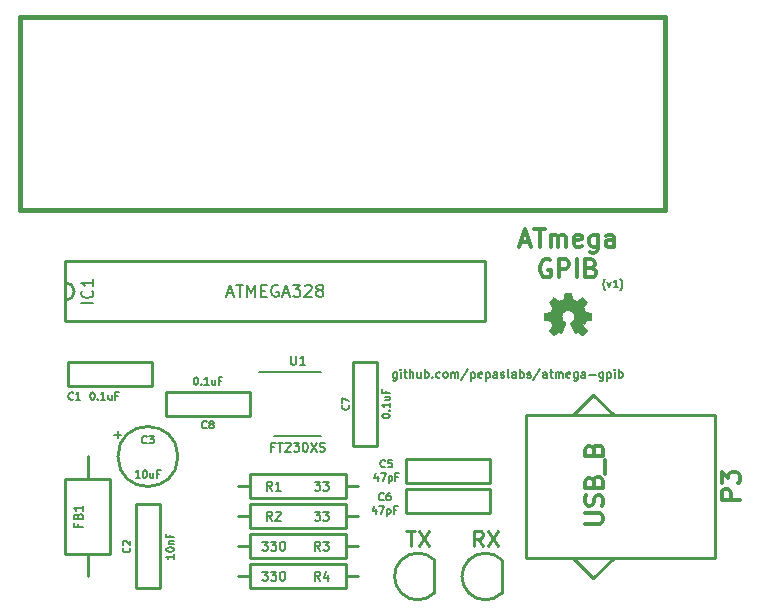
<source format=gbr>
G04 #@! TF.FileFunction,Legend,Top*
%FSLAX46Y46*%
G04 Gerber Fmt 4.6, Leading zero omitted, Abs format (unit mm)*
G04 Created by KiCad (PCBNEW 4.0.5+dfsg1-4~bpo8+1) date Mon May  8 03:03:41 2017*
%MOMM*%
%LPD*%
G01*
G04 APERTURE LIST*
%ADD10C,0.100000*%
%ADD11C,0.127000*%
%ADD12C,0.142240*%
%ADD13C,0.304800*%
%ADD14C,0.254000*%
%ADD15C,0.381000*%
%ADD16C,0.150000*%
%ADD17C,0.002540*%
%ADD18C,0.152400*%
%ADD19C,0.203200*%
G04 APERTURE END LIST*
D10*
D11*
X140970000Y-73554167D02*
X140939762Y-73523929D01*
X140879286Y-73433214D01*
X140849048Y-73372738D01*
X140818810Y-73282024D01*
X140788571Y-73130833D01*
X140788571Y-73009881D01*
X140818810Y-72858690D01*
X140849048Y-72767976D01*
X140879286Y-72707500D01*
X140939762Y-72616786D01*
X140970000Y-72586548D01*
X141151428Y-72888929D02*
X141302619Y-73312262D01*
X141453809Y-72888929D01*
X142028334Y-73312262D02*
X141665476Y-73312262D01*
X141846905Y-73312262D02*
X141846905Y-72677262D01*
X141786429Y-72767976D01*
X141725953Y-72828452D01*
X141665476Y-72858690D01*
X142240000Y-73554167D02*
X142270238Y-73523929D01*
X142330715Y-73433214D01*
X142360953Y-73372738D01*
X142391191Y-73282024D01*
X142421429Y-73130833D01*
X142421429Y-73009881D01*
X142391191Y-72858690D01*
X142360953Y-72767976D01*
X142330715Y-72707500D01*
X142270238Y-72616786D01*
X142240000Y-72586548D01*
D12*
X123316997Y-80492600D02*
X123316997Y-81068333D01*
X123283131Y-81136067D01*
X123249264Y-81169933D01*
X123181531Y-81203800D01*
X123079931Y-81203800D01*
X123012197Y-81169933D01*
X123316997Y-80932867D02*
X123249264Y-80966733D01*
X123113797Y-80966733D01*
X123046064Y-80932867D01*
X123012197Y-80899000D01*
X122978331Y-80831267D01*
X122978331Y-80628067D01*
X123012197Y-80560333D01*
X123046064Y-80526467D01*
X123113797Y-80492600D01*
X123249264Y-80492600D01*
X123316997Y-80526467D01*
X123655664Y-80966733D02*
X123655664Y-80492600D01*
X123655664Y-80255533D02*
X123621798Y-80289400D01*
X123655664Y-80323267D01*
X123689531Y-80289400D01*
X123655664Y-80255533D01*
X123655664Y-80323267D01*
X123892731Y-80492600D02*
X124163665Y-80492600D01*
X123994331Y-80255533D02*
X123994331Y-80865133D01*
X124028198Y-80932867D01*
X124095931Y-80966733D01*
X124163665Y-80966733D01*
X124400731Y-80966733D02*
X124400731Y-80255533D01*
X124705531Y-80966733D02*
X124705531Y-80594200D01*
X124671665Y-80526467D01*
X124603931Y-80492600D01*
X124502331Y-80492600D01*
X124434598Y-80526467D01*
X124400731Y-80560333D01*
X125348998Y-80492600D02*
X125348998Y-80966733D01*
X125044198Y-80492600D02*
X125044198Y-80865133D01*
X125078065Y-80932867D01*
X125145798Y-80966733D01*
X125247398Y-80966733D01*
X125315132Y-80932867D01*
X125348998Y-80899000D01*
X125687665Y-80966733D02*
X125687665Y-80255533D01*
X125687665Y-80526467D02*
X125755399Y-80492600D01*
X125890865Y-80492600D01*
X125958599Y-80526467D01*
X125992465Y-80560333D01*
X126026332Y-80628067D01*
X126026332Y-80831267D01*
X125992465Y-80899000D01*
X125958599Y-80932867D01*
X125890865Y-80966733D01*
X125755399Y-80966733D01*
X125687665Y-80932867D01*
X126331132Y-80899000D02*
X126364999Y-80932867D01*
X126331132Y-80966733D01*
X126297266Y-80932867D01*
X126331132Y-80899000D01*
X126331132Y-80966733D01*
X126974599Y-80932867D02*
X126906866Y-80966733D01*
X126771399Y-80966733D01*
X126703666Y-80932867D01*
X126669799Y-80899000D01*
X126635933Y-80831267D01*
X126635933Y-80628067D01*
X126669799Y-80560333D01*
X126703666Y-80526467D01*
X126771399Y-80492600D01*
X126906866Y-80492600D01*
X126974599Y-80526467D01*
X127380999Y-80966733D02*
X127313266Y-80932867D01*
X127279399Y-80899000D01*
X127245533Y-80831267D01*
X127245533Y-80628067D01*
X127279399Y-80560333D01*
X127313266Y-80526467D01*
X127380999Y-80492600D01*
X127482599Y-80492600D01*
X127550333Y-80526467D01*
X127584199Y-80560333D01*
X127618066Y-80628067D01*
X127618066Y-80831267D01*
X127584199Y-80899000D01*
X127550333Y-80932867D01*
X127482599Y-80966733D01*
X127380999Y-80966733D01*
X127922866Y-80966733D02*
X127922866Y-80492600D01*
X127922866Y-80560333D02*
X127956733Y-80526467D01*
X128024466Y-80492600D01*
X128126066Y-80492600D01*
X128193800Y-80526467D01*
X128227666Y-80594200D01*
X128227666Y-80966733D01*
X128227666Y-80594200D02*
X128261533Y-80526467D01*
X128329266Y-80492600D01*
X128430866Y-80492600D01*
X128498600Y-80526467D01*
X128532466Y-80594200D01*
X128532466Y-80966733D01*
X129379133Y-80221667D02*
X128769533Y-81136067D01*
X129616200Y-80492600D02*
X129616200Y-81203800D01*
X129616200Y-80526467D02*
X129683934Y-80492600D01*
X129819400Y-80492600D01*
X129887134Y-80526467D01*
X129921000Y-80560333D01*
X129954867Y-80628067D01*
X129954867Y-80831267D01*
X129921000Y-80899000D01*
X129887134Y-80932867D01*
X129819400Y-80966733D01*
X129683934Y-80966733D01*
X129616200Y-80932867D01*
X130530601Y-80932867D02*
X130462867Y-80966733D01*
X130327401Y-80966733D01*
X130259667Y-80932867D01*
X130225801Y-80865133D01*
X130225801Y-80594200D01*
X130259667Y-80526467D01*
X130327401Y-80492600D01*
X130462867Y-80492600D01*
X130530601Y-80526467D01*
X130564467Y-80594200D01*
X130564467Y-80661933D01*
X130225801Y-80729667D01*
X130869267Y-80492600D02*
X130869267Y-81203800D01*
X130869267Y-80526467D02*
X130937001Y-80492600D01*
X131072467Y-80492600D01*
X131140201Y-80526467D01*
X131174067Y-80560333D01*
X131207934Y-80628067D01*
X131207934Y-80831267D01*
X131174067Y-80899000D01*
X131140201Y-80932867D01*
X131072467Y-80966733D01*
X130937001Y-80966733D01*
X130869267Y-80932867D01*
X131817534Y-80966733D02*
X131817534Y-80594200D01*
X131783668Y-80526467D01*
X131715934Y-80492600D01*
X131580468Y-80492600D01*
X131512734Y-80526467D01*
X131817534Y-80932867D02*
X131749801Y-80966733D01*
X131580468Y-80966733D01*
X131512734Y-80932867D01*
X131478868Y-80865133D01*
X131478868Y-80797400D01*
X131512734Y-80729667D01*
X131580468Y-80695800D01*
X131749801Y-80695800D01*
X131817534Y-80661933D01*
X132122335Y-80932867D02*
X132190068Y-80966733D01*
X132325535Y-80966733D01*
X132393268Y-80932867D01*
X132427135Y-80865133D01*
X132427135Y-80831267D01*
X132393268Y-80763533D01*
X132325535Y-80729667D01*
X132223935Y-80729667D01*
X132156201Y-80695800D01*
X132122335Y-80628067D01*
X132122335Y-80594200D01*
X132156201Y-80526467D01*
X132223935Y-80492600D01*
X132325535Y-80492600D01*
X132393268Y-80526467D01*
X132833534Y-80966733D02*
X132765801Y-80932867D01*
X132731934Y-80865133D01*
X132731934Y-80255533D01*
X133409267Y-80966733D02*
X133409267Y-80594200D01*
X133375401Y-80526467D01*
X133307667Y-80492600D01*
X133172201Y-80492600D01*
X133104467Y-80526467D01*
X133409267Y-80932867D02*
X133341534Y-80966733D01*
X133172201Y-80966733D01*
X133104467Y-80932867D01*
X133070601Y-80865133D01*
X133070601Y-80797400D01*
X133104467Y-80729667D01*
X133172201Y-80695800D01*
X133341534Y-80695800D01*
X133409267Y-80661933D01*
X133747934Y-80966733D02*
X133747934Y-80255533D01*
X133747934Y-80526467D02*
X133815668Y-80492600D01*
X133951134Y-80492600D01*
X134018868Y-80526467D01*
X134052734Y-80560333D01*
X134086601Y-80628067D01*
X134086601Y-80831267D01*
X134052734Y-80899000D01*
X134018868Y-80932867D01*
X133951134Y-80966733D01*
X133815668Y-80966733D01*
X133747934Y-80932867D01*
X134357535Y-80932867D02*
X134425268Y-80966733D01*
X134560735Y-80966733D01*
X134628468Y-80932867D01*
X134662335Y-80865133D01*
X134662335Y-80831267D01*
X134628468Y-80763533D01*
X134560735Y-80729667D01*
X134459135Y-80729667D01*
X134391401Y-80695800D01*
X134357535Y-80628067D01*
X134357535Y-80594200D01*
X134391401Y-80526467D01*
X134459135Y-80492600D01*
X134560735Y-80492600D01*
X134628468Y-80526467D01*
X135475134Y-80221667D02*
X134865534Y-81136067D01*
X136017001Y-80966733D02*
X136017001Y-80594200D01*
X135983135Y-80526467D01*
X135915401Y-80492600D01*
X135779935Y-80492600D01*
X135712201Y-80526467D01*
X136017001Y-80932867D02*
X135949268Y-80966733D01*
X135779935Y-80966733D01*
X135712201Y-80932867D01*
X135678335Y-80865133D01*
X135678335Y-80797400D01*
X135712201Y-80729667D01*
X135779935Y-80695800D01*
X135949268Y-80695800D01*
X136017001Y-80661933D01*
X136254068Y-80492600D02*
X136525002Y-80492600D01*
X136355668Y-80255533D02*
X136355668Y-80865133D01*
X136389535Y-80932867D01*
X136457268Y-80966733D01*
X136525002Y-80966733D01*
X136762068Y-80966733D02*
X136762068Y-80492600D01*
X136762068Y-80560333D02*
X136795935Y-80526467D01*
X136863668Y-80492600D01*
X136965268Y-80492600D01*
X137033002Y-80526467D01*
X137066868Y-80594200D01*
X137066868Y-80966733D01*
X137066868Y-80594200D02*
X137100735Y-80526467D01*
X137168468Y-80492600D01*
X137270068Y-80492600D01*
X137337802Y-80526467D01*
X137371668Y-80594200D01*
X137371668Y-80966733D01*
X137981269Y-80932867D02*
X137913535Y-80966733D01*
X137778069Y-80966733D01*
X137710335Y-80932867D01*
X137676469Y-80865133D01*
X137676469Y-80594200D01*
X137710335Y-80526467D01*
X137778069Y-80492600D01*
X137913535Y-80492600D01*
X137981269Y-80526467D01*
X138015135Y-80594200D01*
X138015135Y-80661933D01*
X137676469Y-80729667D01*
X138624735Y-80492600D02*
X138624735Y-81068333D01*
X138590869Y-81136067D01*
X138557002Y-81169933D01*
X138489269Y-81203800D01*
X138387669Y-81203800D01*
X138319935Y-81169933D01*
X138624735Y-80932867D02*
X138557002Y-80966733D01*
X138421535Y-80966733D01*
X138353802Y-80932867D01*
X138319935Y-80899000D01*
X138286069Y-80831267D01*
X138286069Y-80628067D01*
X138319935Y-80560333D01*
X138353802Y-80526467D01*
X138421535Y-80492600D01*
X138557002Y-80492600D01*
X138624735Y-80526467D01*
X139268202Y-80966733D02*
X139268202Y-80594200D01*
X139234336Y-80526467D01*
X139166602Y-80492600D01*
X139031136Y-80492600D01*
X138963402Y-80526467D01*
X139268202Y-80932867D02*
X139200469Y-80966733D01*
X139031136Y-80966733D01*
X138963402Y-80932867D01*
X138929536Y-80865133D01*
X138929536Y-80797400D01*
X138963402Y-80729667D01*
X139031136Y-80695800D01*
X139200469Y-80695800D01*
X139268202Y-80661933D01*
X139606869Y-80695800D02*
X140148736Y-80695800D01*
X140792202Y-80492600D02*
X140792202Y-81068333D01*
X140758336Y-81136067D01*
X140724469Y-81169933D01*
X140656736Y-81203800D01*
X140555136Y-81203800D01*
X140487402Y-81169933D01*
X140792202Y-80932867D02*
X140724469Y-80966733D01*
X140589002Y-80966733D01*
X140521269Y-80932867D01*
X140487402Y-80899000D01*
X140453536Y-80831267D01*
X140453536Y-80628067D01*
X140487402Y-80560333D01*
X140521269Y-80526467D01*
X140589002Y-80492600D01*
X140724469Y-80492600D01*
X140792202Y-80526467D01*
X141130869Y-80492600D02*
X141130869Y-81203800D01*
X141130869Y-80526467D02*
X141198603Y-80492600D01*
X141334069Y-80492600D01*
X141401803Y-80526467D01*
X141435669Y-80560333D01*
X141469536Y-80628067D01*
X141469536Y-80831267D01*
X141435669Y-80899000D01*
X141401803Y-80932867D01*
X141334069Y-80966733D01*
X141198603Y-80966733D01*
X141130869Y-80932867D01*
X141774336Y-80966733D02*
X141774336Y-80492600D01*
X141774336Y-80255533D02*
X141740470Y-80289400D01*
X141774336Y-80323267D01*
X141808203Y-80289400D01*
X141774336Y-80255533D01*
X141774336Y-80323267D01*
X142113003Y-80966733D02*
X142113003Y-80255533D01*
X142113003Y-80526467D02*
X142180737Y-80492600D01*
X142316203Y-80492600D01*
X142383937Y-80526467D01*
X142417803Y-80560333D01*
X142451670Y-80628067D01*
X142451670Y-80831267D01*
X142417803Y-80899000D01*
X142383937Y-80932867D01*
X142316203Y-80966733D01*
X142180737Y-80966733D01*
X142113003Y-80932867D01*
D13*
X133803572Y-69443600D02*
X134529286Y-69443600D01*
X133658429Y-69879029D02*
X134166429Y-68355029D01*
X134674429Y-69879029D01*
X134964715Y-68355029D02*
X135835572Y-68355029D01*
X135400143Y-69879029D02*
X135400143Y-68355029D01*
X136343572Y-69879029D02*
X136343572Y-68863029D01*
X136343572Y-69008171D02*
X136416144Y-68935600D01*
X136561286Y-68863029D01*
X136779001Y-68863029D01*
X136924144Y-68935600D01*
X136996715Y-69080743D01*
X136996715Y-69879029D01*
X136996715Y-69080743D02*
X137069286Y-68935600D01*
X137214429Y-68863029D01*
X137432144Y-68863029D01*
X137577286Y-68935600D01*
X137649858Y-69080743D01*
X137649858Y-69879029D01*
X138956144Y-69806457D02*
X138811001Y-69879029D01*
X138520715Y-69879029D01*
X138375572Y-69806457D01*
X138303001Y-69661314D01*
X138303001Y-69080743D01*
X138375572Y-68935600D01*
X138520715Y-68863029D01*
X138811001Y-68863029D01*
X138956144Y-68935600D01*
X139028715Y-69080743D01*
X139028715Y-69225886D01*
X138303001Y-69371029D01*
X140335001Y-68863029D02*
X140335001Y-70096743D01*
X140262430Y-70241886D01*
X140189858Y-70314457D01*
X140044715Y-70387029D01*
X139827001Y-70387029D01*
X139681858Y-70314457D01*
X140335001Y-69806457D02*
X140189858Y-69879029D01*
X139899572Y-69879029D01*
X139754430Y-69806457D01*
X139681858Y-69733886D01*
X139609287Y-69588743D01*
X139609287Y-69153314D01*
X139681858Y-69008171D01*
X139754430Y-68935600D01*
X139899572Y-68863029D01*
X140189858Y-68863029D01*
X140335001Y-68935600D01*
X141713858Y-69879029D02*
X141713858Y-69080743D01*
X141641287Y-68935600D01*
X141496144Y-68863029D01*
X141205858Y-68863029D01*
X141060715Y-68935600D01*
X141713858Y-69806457D02*
X141568715Y-69879029D01*
X141205858Y-69879029D01*
X141060715Y-69806457D01*
X140988144Y-69661314D01*
X140988144Y-69516171D01*
X141060715Y-69371029D01*
X141205858Y-69298457D01*
X141568715Y-69298457D01*
X141713858Y-69225886D01*
X136307286Y-71018400D02*
X136162143Y-70945829D01*
X135944429Y-70945829D01*
X135726714Y-71018400D01*
X135581572Y-71163543D01*
X135509000Y-71308686D01*
X135436429Y-71598971D01*
X135436429Y-71816686D01*
X135509000Y-72106971D01*
X135581572Y-72252114D01*
X135726714Y-72397257D01*
X135944429Y-72469829D01*
X136089572Y-72469829D01*
X136307286Y-72397257D01*
X136379857Y-72324686D01*
X136379857Y-71816686D01*
X136089572Y-71816686D01*
X137033000Y-72469829D02*
X137033000Y-70945829D01*
X137613572Y-70945829D01*
X137758714Y-71018400D01*
X137831286Y-71090971D01*
X137903857Y-71236114D01*
X137903857Y-71453829D01*
X137831286Y-71598971D01*
X137758714Y-71671543D01*
X137613572Y-71744114D01*
X137033000Y-71744114D01*
X138557000Y-72469829D02*
X138557000Y-70945829D01*
X139790714Y-71671543D02*
X140008428Y-71744114D01*
X140081000Y-71816686D01*
X140153571Y-71961829D01*
X140153571Y-72179543D01*
X140081000Y-72324686D01*
X140008428Y-72397257D01*
X139863286Y-72469829D01*
X139282714Y-72469829D01*
X139282714Y-70945829D01*
X139790714Y-70945829D01*
X139935857Y-71018400D01*
X140008428Y-71090971D01*
X140081000Y-71236114D01*
X140081000Y-71381257D01*
X140008428Y-71526400D01*
X139935857Y-71598971D01*
X139790714Y-71671543D01*
X139282714Y-71671543D01*
D14*
X95504000Y-79629000D02*
X102616000Y-79629000D01*
X102616000Y-79629000D02*
X102616000Y-81661000D01*
X102616000Y-81661000D02*
X95504000Y-81661000D01*
X95504000Y-81661000D02*
X95504000Y-79629000D01*
X101219000Y-98806000D02*
X101219000Y-91694000D01*
X101219000Y-91694000D02*
X103251000Y-91694000D01*
X103251000Y-91694000D02*
X103251000Y-98806000D01*
X103251000Y-98806000D02*
X101219000Y-98806000D01*
X104775000Y-87630000D02*
G75*
G03X104775000Y-87630000I-2540000J0D01*
G01*
X131191000Y-89916000D02*
X124079000Y-89916000D01*
X124079000Y-89916000D02*
X124079000Y-87884000D01*
X124079000Y-87884000D02*
X131191000Y-87884000D01*
X131191000Y-87884000D02*
X131191000Y-89916000D01*
X131191000Y-92456000D02*
X124079000Y-92456000D01*
X124079000Y-92456000D02*
X124079000Y-90424000D01*
X124079000Y-90424000D02*
X131191000Y-90424000D01*
X131191000Y-90424000D02*
X131191000Y-92456000D01*
X119634000Y-86741000D02*
X119634000Y-79629000D01*
X119634000Y-79629000D02*
X121666000Y-79629000D01*
X121666000Y-79629000D02*
X121666000Y-86741000D01*
X121666000Y-86741000D02*
X119634000Y-86741000D01*
X110871000Y-84201000D02*
X103759000Y-84201000D01*
X103759000Y-84201000D02*
X103759000Y-82169000D01*
X103759000Y-82169000D02*
X110871000Y-82169000D01*
X110871000Y-82169000D02*
X110871000Y-84201000D01*
X130810000Y-76200000D02*
X113030000Y-76200000D01*
X113030000Y-71120000D02*
X130810000Y-71120000D01*
X105410000Y-76200000D02*
X113030000Y-76200000D01*
X105410000Y-71120000D02*
X113030000Y-71120000D01*
X96012000Y-73660000D02*
G75*
G03X95250000Y-72898000I-762000J0D01*
G01*
X95250000Y-74422000D02*
G75*
G03X96012000Y-73660000I0J762000D01*
G01*
X95250000Y-71120000D02*
X105410000Y-71120000D01*
X130810000Y-71120000D02*
X130810000Y-76200000D01*
X105410000Y-76200000D02*
X95250000Y-76200000D01*
X95250000Y-76200000D02*
X95250000Y-71120000D01*
D15*
X146050000Y-50419000D02*
X146050000Y-66802000D01*
X146050000Y-66802000D02*
X91440000Y-66802000D01*
X91440000Y-66802000D02*
X91440000Y-50419000D01*
X146050000Y-50419000D02*
X91440000Y-50419000D01*
D14*
X138201400Y-84150200D02*
X139954000Y-82397600D01*
X139954000Y-82397600D02*
X141706600Y-84150200D01*
X138201400Y-96189800D02*
X139954000Y-97942400D01*
X139954000Y-97942400D02*
X141706600Y-96189800D01*
X139954000Y-96189800D02*
X150266400Y-96189800D01*
X150266400Y-96189800D02*
X150266400Y-84150200D01*
X150266400Y-84150200D02*
X139954000Y-84150200D01*
X139954000Y-84150200D02*
X134239000Y-84150200D01*
X134239000Y-84150200D02*
X134239000Y-96189800D01*
X134239000Y-96189800D02*
X139954000Y-96189800D01*
X109855000Y-90170000D02*
X110871000Y-90170000D01*
X110871000Y-90170000D02*
X110871000Y-89154000D01*
X110871000Y-89154000D02*
X118999000Y-89154000D01*
X118999000Y-89154000D02*
X118999000Y-91186000D01*
X118999000Y-91186000D02*
X110871000Y-91186000D01*
X110871000Y-91186000D02*
X110871000Y-90170000D01*
X120015000Y-90170000D02*
X118999000Y-90170000D01*
X109855000Y-92710000D02*
X110871000Y-92710000D01*
X110871000Y-92710000D02*
X110871000Y-91694000D01*
X110871000Y-91694000D02*
X118999000Y-91694000D01*
X118999000Y-91694000D02*
X118999000Y-93726000D01*
X118999000Y-93726000D02*
X110871000Y-93726000D01*
X110871000Y-93726000D02*
X110871000Y-92710000D01*
X120015000Y-92710000D02*
X118999000Y-92710000D01*
X120015000Y-95250000D02*
X118999000Y-95250000D01*
X118999000Y-95250000D02*
X118999000Y-96266000D01*
X118999000Y-96266000D02*
X110871000Y-96266000D01*
X110871000Y-96266000D02*
X110871000Y-94234000D01*
X110871000Y-94234000D02*
X118999000Y-94234000D01*
X118999000Y-94234000D02*
X118999000Y-95250000D01*
X109855000Y-95250000D02*
X110871000Y-95250000D01*
X120015000Y-97790000D02*
X118999000Y-97790000D01*
X118999000Y-97790000D02*
X118999000Y-98806000D01*
X118999000Y-98806000D02*
X110871000Y-98806000D01*
X110871000Y-98806000D02*
X110871000Y-96774000D01*
X110871000Y-96774000D02*
X118999000Y-96774000D01*
X118999000Y-96774000D02*
X118999000Y-97790000D01*
X109855000Y-97790000D02*
X110871000Y-97790000D01*
D16*
X112935000Y-85860000D02*
X116935000Y-85860000D01*
X111660000Y-80460000D02*
X116935000Y-80460000D01*
D14*
X132210000Y-96390000D02*
X132210000Y-99190000D01*
X129410000Y-99190000D02*
G75*
G03X132210000Y-99190000I1400000J1400000D01*
G01*
X129410000Y-96390000D02*
G75*
G03X129410000Y-99190000I1400000J-1400000D01*
G01*
X132210000Y-96390000D02*
G75*
G03X129410000Y-96390000I-1400000J-1400000D01*
G01*
X126495000Y-96390000D02*
X126495000Y-99190000D01*
X123695000Y-99190000D02*
G75*
G03X126495000Y-99190000I1400000J1400000D01*
G01*
X123695000Y-96390000D02*
G75*
G03X123695000Y-99190000I1400000J-1400000D01*
G01*
X126495000Y-96390000D02*
G75*
G03X123695000Y-96390000I-1400000J-1400000D01*
G01*
X99060000Y-95885000D02*
X99060000Y-89535000D01*
X95250000Y-95885000D02*
X95250000Y-89535000D01*
X97155000Y-95885000D02*
X95250000Y-95885000D01*
X95250000Y-89535000D02*
X99060000Y-89535000D01*
X99060000Y-95885000D02*
X97155000Y-95885000D01*
X97155000Y-87630000D02*
X97155000Y-89535000D01*
X97155000Y-97790000D02*
X97155000Y-95885000D01*
D17*
G36*
X136583420Y-77360780D02*
X136603740Y-77350620D01*
X136652000Y-77320140D01*
X136718040Y-77276960D01*
X136796780Y-77223620D01*
X136875520Y-77170280D01*
X136941560Y-77127100D01*
X136987280Y-77096620D01*
X137005060Y-77086460D01*
X137015220Y-77089000D01*
X137053320Y-77109320D01*
X137109200Y-77137260D01*
X137139680Y-77152500D01*
X137190480Y-77175360D01*
X137215880Y-77180440D01*
X137218420Y-77172820D01*
X137238740Y-77134720D01*
X137266680Y-77068680D01*
X137304780Y-76982320D01*
X137347960Y-76880720D01*
X137393680Y-76771500D01*
X137439400Y-76659740D01*
X137485120Y-76553060D01*
X137523220Y-76456540D01*
X137556240Y-76380340D01*
X137576560Y-76324460D01*
X137584180Y-76301600D01*
X137581640Y-76296520D01*
X137556240Y-76273660D01*
X137513060Y-76240640D01*
X137416540Y-76161900D01*
X137325100Y-76045060D01*
X137266680Y-75912980D01*
X137248900Y-75765660D01*
X137264140Y-75631040D01*
X137317480Y-75501500D01*
X137408920Y-75382120D01*
X137520680Y-75295760D01*
X137650220Y-75239880D01*
X137795000Y-75222100D01*
X137934700Y-75237340D01*
X138066780Y-75290680D01*
X138186160Y-75379580D01*
X138234420Y-75438000D01*
X138303000Y-75557380D01*
X138343640Y-75684380D01*
X138346180Y-75714860D01*
X138341100Y-75857100D01*
X138300460Y-75991720D01*
X138226800Y-76111100D01*
X138122660Y-76210160D01*
X138109960Y-76220320D01*
X138061700Y-76255880D01*
X138031220Y-76278740D01*
X138005820Y-76299060D01*
X138183620Y-76730860D01*
X138211560Y-76799440D01*
X138262360Y-76916280D01*
X138305540Y-77017880D01*
X138338560Y-77099160D01*
X138363960Y-77152500D01*
X138374120Y-77175360D01*
X138374120Y-77175360D01*
X138389360Y-77177900D01*
X138422380Y-77165200D01*
X138483340Y-77137260D01*
X138523980Y-77116940D01*
X138569700Y-77094080D01*
X138590020Y-77086460D01*
X138607800Y-77096620D01*
X138650980Y-77124560D01*
X138714480Y-77167740D01*
X138790680Y-77218540D01*
X138864340Y-77269340D01*
X138932920Y-77315060D01*
X138981180Y-77345540D01*
X139006580Y-77358240D01*
X139009120Y-77358240D01*
X139029440Y-77345540D01*
X139070080Y-77315060D01*
X139128500Y-77259180D01*
X139209780Y-77177900D01*
X139222480Y-77165200D01*
X139291060Y-77094080D01*
X139346940Y-77035660D01*
X139385040Y-76995020D01*
X139397740Y-76977240D01*
X139397740Y-76977240D01*
X139385040Y-76951840D01*
X139354560Y-76903580D01*
X139308840Y-76835000D01*
X139255500Y-76756260D01*
X139113260Y-76547980D01*
X139192000Y-76352400D01*
X139214860Y-76293980D01*
X139245340Y-76220320D01*
X139268200Y-76169520D01*
X139280900Y-76146660D01*
X139301220Y-76139040D01*
X139354560Y-76126340D01*
X139433300Y-76108560D01*
X139524740Y-76093320D01*
X139613640Y-76075540D01*
X139692380Y-76060300D01*
X139750800Y-76050140D01*
X139776200Y-76045060D01*
X139781280Y-76039980D01*
X139786360Y-76027280D01*
X139791440Y-76001880D01*
X139791440Y-75953620D01*
X139793980Y-75877420D01*
X139793980Y-75765660D01*
X139793980Y-75755500D01*
X139791440Y-75648820D01*
X139791440Y-75565000D01*
X139788900Y-75511660D01*
X139783820Y-75491340D01*
X139783820Y-75491340D01*
X139758420Y-75483720D01*
X139702540Y-75473560D01*
X139623800Y-75455780D01*
X139527280Y-75438000D01*
X139522200Y-75438000D01*
X139428220Y-75420220D01*
X139349480Y-75402440D01*
X139293600Y-75389740D01*
X139270740Y-75382120D01*
X139265660Y-75377040D01*
X139245340Y-75338940D01*
X139217400Y-75280520D01*
X139186920Y-75209400D01*
X139156440Y-75135740D01*
X139128500Y-75067160D01*
X139110720Y-75018900D01*
X139105640Y-74996040D01*
X139105640Y-74996040D01*
X139120880Y-74973180D01*
X139153900Y-74922380D01*
X139199620Y-74856340D01*
X139255500Y-74775060D01*
X139258040Y-74767440D01*
X139313920Y-74688700D01*
X139357100Y-74620120D01*
X139387580Y-74571860D01*
X139397740Y-74551540D01*
X139397740Y-74549000D01*
X139379960Y-74526140D01*
X139339320Y-74480420D01*
X139280900Y-74419460D01*
X139209780Y-74348340D01*
X139186920Y-74328020D01*
X139110720Y-74251820D01*
X139057380Y-74201020D01*
X139021820Y-74175620D01*
X139006580Y-74168000D01*
X139006580Y-74170540D01*
X138981180Y-74183240D01*
X138930380Y-74216260D01*
X138861800Y-74264520D01*
X138780520Y-74317860D01*
X138775440Y-74322940D01*
X138696700Y-74376280D01*
X138630660Y-74422000D01*
X138582400Y-74452480D01*
X138562080Y-74465180D01*
X138557000Y-74465180D01*
X138526520Y-74455020D01*
X138468100Y-74437240D01*
X138399520Y-74409300D01*
X138325860Y-74378820D01*
X138257280Y-74350880D01*
X138206480Y-74328020D01*
X138183620Y-74315320D01*
X138183620Y-74312780D01*
X138173460Y-74284840D01*
X138160760Y-74223880D01*
X138142980Y-74142600D01*
X138125200Y-74043540D01*
X138122660Y-74028300D01*
X138104880Y-73934320D01*
X138089640Y-73855580D01*
X138076940Y-73799700D01*
X138071860Y-73776840D01*
X138059160Y-73774300D01*
X138010900Y-73771760D01*
X137939780Y-73769220D01*
X137853420Y-73769220D01*
X137764520Y-73769220D01*
X137678160Y-73771760D01*
X137601960Y-73774300D01*
X137548620Y-73776840D01*
X137525760Y-73781920D01*
X137523220Y-73784460D01*
X137515600Y-73812400D01*
X137502900Y-73873360D01*
X137485120Y-73954640D01*
X137467340Y-74053700D01*
X137464800Y-74071480D01*
X137447020Y-74165460D01*
X137429240Y-74244200D01*
X137419080Y-74297540D01*
X137411460Y-74317860D01*
X137403840Y-74322940D01*
X137365740Y-74340720D01*
X137302240Y-74366120D01*
X137220960Y-74399140D01*
X137038080Y-74472800D01*
X136814560Y-74317860D01*
X136794240Y-74305160D01*
X136712960Y-74249280D01*
X136646920Y-74206100D01*
X136601200Y-74175620D01*
X136580880Y-74165460D01*
X136580880Y-74165460D01*
X136558020Y-74185780D01*
X136512300Y-74226420D01*
X136451340Y-74287380D01*
X136382760Y-74355960D01*
X136329420Y-74409300D01*
X136268460Y-74472800D01*
X136227820Y-74513440D01*
X136207500Y-74541380D01*
X136199880Y-74559160D01*
X136202420Y-74569320D01*
X136215120Y-74592180D01*
X136248140Y-74640440D01*
X136293860Y-74709020D01*
X136349740Y-74787760D01*
X136395460Y-74856340D01*
X136443720Y-74930000D01*
X136474200Y-74983340D01*
X136486900Y-75011280D01*
X136484360Y-75021440D01*
X136466580Y-75064620D01*
X136441180Y-75133200D01*
X136408160Y-75211940D01*
X136329420Y-75389740D01*
X136212580Y-75410060D01*
X136141460Y-75425300D01*
X136042400Y-75443080D01*
X135948420Y-75460860D01*
X135801100Y-75491340D01*
X135796020Y-76029820D01*
X135818880Y-76039980D01*
X135841740Y-76047600D01*
X135895080Y-76057760D01*
X135973820Y-76073000D01*
X136065260Y-76090780D01*
X136144000Y-76106020D01*
X136222740Y-76121260D01*
X136278620Y-76131420D01*
X136304020Y-76136500D01*
X136311640Y-76146660D01*
X136331960Y-76184760D01*
X136359900Y-76245720D01*
X136390380Y-76319380D01*
X136420860Y-76393040D01*
X136448800Y-76464160D01*
X136469120Y-76517500D01*
X136476740Y-76545440D01*
X136466580Y-76565760D01*
X136436100Y-76611480D01*
X136392920Y-76677520D01*
X136339580Y-76756260D01*
X136283700Y-76835000D01*
X136240520Y-76903580D01*
X136207500Y-76951840D01*
X136194800Y-76972160D01*
X136202420Y-76987400D01*
X136232900Y-77025500D01*
X136291320Y-77086460D01*
X136380220Y-77175360D01*
X136395460Y-77188060D01*
X136464040Y-77256640D01*
X136525000Y-77309980D01*
X136565640Y-77348080D01*
X136583420Y-77360780D01*
X136583420Y-77360780D01*
G37*
X136583420Y-77360780D02*
X136603740Y-77350620D01*
X136652000Y-77320140D01*
X136718040Y-77276960D01*
X136796780Y-77223620D01*
X136875520Y-77170280D01*
X136941560Y-77127100D01*
X136987280Y-77096620D01*
X137005060Y-77086460D01*
X137015220Y-77089000D01*
X137053320Y-77109320D01*
X137109200Y-77137260D01*
X137139680Y-77152500D01*
X137190480Y-77175360D01*
X137215880Y-77180440D01*
X137218420Y-77172820D01*
X137238740Y-77134720D01*
X137266680Y-77068680D01*
X137304780Y-76982320D01*
X137347960Y-76880720D01*
X137393680Y-76771500D01*
X137439400Y-76659740D01*
X137485120Y-76553060D01*
X137523220Y-76456540D01*
X137556240Y-76380340D01*
X137576560Y-76324460D01*
X137584180Y-76301600D01*
X137581640Y-76296520D01*
X137556240Y-76273660D01*
X137513060Y-76240640D01*
X137416540Y-76161900D01*
X137325100Y-76045060D01*
X137266680Y-75912980D01*
X137248900Y-75765660D01*
X137264140Y-75631040D01*
X137317480Y-75501500D01*
X137408920Y-75382120D01*
X137520680Y-75295760D01*
X137650220Y-75239880D01*
X137795000Y-75222100D01*
X137934700Y-75237340D01*
X138066780Y-75290680D01*
X138186160Y-75379580D01*
X138234420Y-75438000D01*
X138303000Y-75557380D01*
X138343640Y-75684380D01*
X138346180Y-75714860D01*
X138341100Y-75857100D01*
X138300460Y-75991720D01*
X138226800Y-76111100D01*
X138122660Y-76210160D01*
X138109960Y-76220320D01*
X138061700Y-76255880D01*
X138031220Y-76278740D01*
X138005820Y-76299060D01*
X138183620Y-76730860D01*
X138211560Y-76799440D01*
X138262360Y-76916280D01*
X138305540Y-77017880D01*
X138338560Y-77099160D01*
X138363960Y-77152500D01*
X138374120Y-77175360D01*
X138374120Y-77175360D01*
X138389360Y-77177900D01*
X138422380Y-77165200D01*
X138483340Y-77137260D01*
X138523980Y-77116940D01*
X138569700Y-77094080D01*
X138590020Y-77086460D01*
X138607800Y-77096620D01*
X138650980Y-77124560D01*
X138714480Y-77167740D01*
X138790680Y-77218540D01*
X138864340Y-77269340D01*
X138932920Y-77315060D01*
X138981180Y-77345540D01*
X139006580Y-77358240D01*
X139009120Y-77358240D01*
X139029440Y-77345540D01*
X139070080Y-77315060D01*
X139128500Y-77259180D01*
X139209780Y-77177900D01*
X139222480Y-77165200D01*
X139291060Y-77094080D01*
X139346940Y-77035660D01*
X139385040Y-76995020D01*
X139397740Y-76977240D01*
X139397740Y-76977240D01*
X139385040Y-76951840D01*
X139354560Y-76903580D01*
X139308840Y-76835000D01*
X139255500Y-76756260D01*
X139113260Y-76547980D01*
X139192000Y-76352400D01*
X139214860Y-76293980D01*
X139245340Y-76220320D01*
X139268200Y-76169520D01*
X139280900Y-76146660D01*
X139301220Y-76139040D01*
X139354560Y-76126340D01*
X139433300Y-76108560D01*
X139524740Y-76093320D01*
X139613640Y-76075540D01*
X139692380Y-76060300D01*
X139750800Y-76050140D01*
X139776200Y-76045060D01*
X139781280Y-76039980D01*
X139786360Y-76027280D01*
X139791440Y-76001880D01*
X139791440Y-75953620D01*
X139793980Y-75877420D01*
X139793980Y-75765660D01*
X139793980Y-75755500D01*
X139791440Y-75648820D01*
X139791440Y-75565000D01*
X139788900Y-75511660D01*
X139783820Y-75491340D01*
X139783820Y-75491340D01*
X139758420Y-75483720D01*
X139702540Y-75473560D01*
X139623800Y-75455780D01*
X139527280Y-75438000D01*
X139522200Y-75438000D01*
X139428220Y-75420220D01*
X139349480Y-75402440D01*
X139293600Y-75389740D01*
X139270740Y-75382120D01*
X139265660Y-75377040D01*
X139245340Y-75338940D01*
X139217400Y-75280520D01*
X139186920Y-75209400D01*
X139156440Y-75135740D01*
X139128500Y-75067160D01*
X139110720Y-75018900D01*
X139105640Y-74996040D01*
X139105640Y-74996040D01*
X139120880Y-74973180D01*
X139153900Y-74922380D01*
X139199620Y-74856340D01*
X139255500Y-74775060D01*
X139258040Y-74767440D01*
X139313920Y-74688700D01*
X139357100Y-74620120D01*
X139387580Y-74571860D01*
X139397740Y-74551540D01*
X139397740Y-74549000D01*
X139379960Y-74526140D01*
X139339320Y-74480420D01*
X139280900Y-74419460D01*
X139209780Y-74348340D01*
X139186920Y-74328020D01*
X139110720Y-74251820D01*
X139057380Y-74201020D01*
X139021820Y-74175620D01*
X139006580Y-74168000D01*
X139006580Y-74170540D01*
X138981180Y-74183240D01*
X138930380Y-74216260D01*
X138861800Y-74264520D01*
X138780520Y-74317860D01*
X138775440Y-74322940D01*
X138696700Y-74376280D01*
X138630660Y-74422000D01*
X138582400Y-74452480D01*
X138562080Y-74465180D01*
X138557000Y-74465180D01*
X138526520Y-74455020D01*
X138468100Y-74437240D01*
X138399520Y-74409300D01*
X138325860Y-74378820D01*
X138257280Y-74350880D01*
X138206480Y-74328020D01*
X138183620Y-74315320D01*
X138183620Y-74312780D01*
X138173460Y-74284840D01*
X138160760Y-74223880D01*
X138142980Y-74142600D01*
X138125200Y-74043540D01*
X138122660Y-74028300D01*
X138104880Y-73934320D01*
X138089640Y-73855580D01*
X138076940Y-73799700D01*
X138071860Y-73776840D01*
X138059160Y-73774300D01*
X138010900Y-73771760D01*
X137939780Y-73769220D01*
X137853420Y-73769220D01*
X137764520Y-73769220D01*
X137678160Y-73771760D01*
X137601960Y-73774300D01*
X137548620Y-73776840D01*
X137525760Y-73781920D01*
X137523220Y-73784460D01*
X137515600Y-73812400D01*
X137502900Y-73873360D01*
X137485120Y-73954640D01*
X137467340Y-74053700D01*
X137464800Y-74071480D01*
X137447020Y-74165460D01*
X137429240Y-74244200D01*
X137419080Y-74297540D01*
X137411460Y-74317860D01*
X137403840Y-74322940D01*
X137365740Y-74340720D01*
X137302240Y-74366120D01*
X137220960Y-74399140D01*
X137038080Y-74472800D01*
X136814560Y-74317860D01*
X136794240Y-74305160D01*
X136712960Y-74249280D01*
X136646920Y-74206100D01*
X136601200Y-74175620D01*
X136580880Y-74165460D01*
X136580880Y-74165460D01*
X136558020Y-74185780D01*
X136512300Y-74226420D01*
X136451340Y-74287380D01*
X136382760Y-74355960D01*
X136329420Y-74409300D01*
X136268460Y-74472800D01*
X136227820Y-74513440D01*
X136207500Y-74541380D01*
X136199880Y-74559160D01*
X136202420Y-74569320D01*
X136215120Y-74592180D01*
X136248140Y-74640440D01*
X136293860Y-74709020D01*
X136349740Y-74787760D01*
X136395460Y-74856340D01*
X136443720Y-74930000D01*
X136474200Y-74983340D01*
X136486900Y-75011280D01*
X136484360Y-75021440D01*
X136466580Y-75064620D01*
X136441180Y-75133200D01*
X136408160Y-75211940D01*
X136329420Y-75389740D01*
X136212580Y-75410060D01*
X136141460Y-75425300D01*
X136042400Y-75443080D01*
X135948420Y-75460860D01*
X135801100Y-75491340D01*
X135796020Y-76029820D01*
X135818880Y-76039980D01*
X135841740Y-76047600D01*
X135895080Y-76057760D01*
X135973820Y-76073000D01*
X136065260Y-76090780D01*
X136144000Y-76106020D01*
X136222740Y-76121260D01*
X136278620Y-76131420D01*
X136304020Y-76136500D01*
X136311640Y-76146660D01*
X136331960Y-76184760D01*
X136359900Y-76245720D01*
X136390380Y-76319380D01*
X136420860Y-76393040D01*
X136448800Y-76464160D01*
X136469120Y-76517500D01*
X136476740Y-76545440D01*
X136466580Y-76565760D01*
X136436100Y-76611480D01*
X136392920Y-76677520D01*
X136339580Y-76756260D01*
X136283700Y-76835000D01*
X136240520Y-76903580D01*
X136207500Y-76951840D01*
X136194800Y-76972160D01*
X136202420Y-76987400D01*
X136232900Y-77025500D01*
X136291320Y-77086460D01*
X136380220Y-77175360D01*
X136395460Y-77188060D01*
X136464040Y-77256640D01*
X136525000Y-77309980D01*
X136565640Y-77348080D01*
X136583420Y-77360780D01*
D11*
X95906167Y-82776786D02*
X95875929Y-82807024D01*
X95785214Y-82837262D01*
X95724738Y-82837262D01*
X95634024Y-82807024D01*
X95573548Y-82746548D01*
X95543309Y-82686071D01*
X95513071Y-82565119D01*
X95513071Y-82474405D01*
X95543309Y-82353452D01*
X95573548Y-82292976D01*
X95634024Y-82232500D01*
X95724738Y-82202262D01*
X95785214Y-82202262D01*
X95875929Y-82232500D01*
X95906167Y-82262738D01*
X96510929Y-82837262D02*
X96148071Y-82837262D01*
X96329500Y-82837262D02*
X96329500Y-82202262D01*
X96269024Y-82292976D01*
X96208548Y-82353452D01*
X96148071Y-82383690D01*
X97508786Y-82202262D02*
X97569262Y-82202262D01*
X97629738Y-82232500D01*
X97659976Y-82262738D01*
X97690214Y-82323214D01*
X97720453Y-82444167D01*
X97720453Y-82595357D01*
X97690214Y-82716310D01*
X97659976Y-82776786D01*
X97629738Y-82807024D01*
X97569262Y-82837262D01*
X97508786Y-82837262D01*
X97448310Y-82807024D01*
X97418072Y-82776786D01*
X97387833Y-82716310D01*
X97357595Y-82595357D01*
X97357595Y-82444167D01*
X97387833Y-82323214D01*
X97418072Y-82262738D01*
X97448310Y-82232500D01*
X97508786Y-82202262D01*
X97992595Y-82776786D02*
X98022834Y-82807024D01*
X97992595Y-82837262D01*
X97962357Y-82807024D01*
X97992595Y-82776786D01*
X97992595Y-82837262D01*
X98627596Y-82837262D02*
X98264738Y-82837262D01*
X98446167Y-82837262D02*
X98446167Y-82202262D01*
X98385691Y-82292976D01*
X98325215Y-82353452D01*
X98264738Y-82383690D01*
X99171881Y-82413929D02*
X99171881Y-82837262D01*
X98899738Y-82413929D02*
X98899738Y-82746548D01*
X98929977Y-82807024D01*
X98990453Y-82837262D01*
X99081167Y-82837262D01*
X99141643Y-82807024D01*
X99171881Y-82776786D01*
X99685929Y-82504643D02*
X99474262Y-82504643D01*
X99474262Y-82837262D02*
X99474262Y-82202262D01*
X99776643Y-82202262D01*
X100683786Y-95355833D02*
X100714024Y-95386071D01*
X100744262Y-95476786D01*
X100744262Y-95537262D01*
X100714024Y-95627976D01*
X100653548Y-95688452D01*
X100593071Y-95718691D01*
X100472119Y-95748929D01*
X100381405Y-95748929D01*
X100260452Y-95718691D01*
X100199976Y-95688452D01*
X100139500Y-95627976D01*
X100109262Y-95537262D01*
X100109262Y-95476786D01*
X100139500Y-95386071D01*
X100169738Y-95355833D01*
X100169738Y-95113929D02*
X100139500Y-95083691D01*
X100109262Y-95023214D01*
X100109262Y-94872024D01*
X100139500Y-94811548D01*
X100169738Y-94781310D01*
X100230214Y-94751071D01*
X100290690Y-94751071D01*
X100381405Y-94781310D01*
X100744262Y-95144167D01*
X100744262Y-94751071D01*
X104427262Y-95930357D02*
X104427262Y-96293215D01*
X104427262Y-96111786D02*
X103792262Y-96111786D01*
X103882976Y-96172262D01*
X103943452Y-96232738D01*
X103973690Y-96293215D01*
X103792262Y-95537262D02*
X103792262Y-95476786D01*
X103822500Y-95416310D01*
X103852738Y-95386072D01*
X103913214Y-95355834D01*
X104034167Y-95325595D01*
X104185357Y-95325595D01*
X104306310Y-95355834D01*
X104366786Y-95386072D01*
X104397024Y-95416310D01*
X104427262Y-95476786D01*
X104427262Y-95537262D01*
X104397024Y-95597738D01*
X104366786Y-95627976D01*
X104306310Y-95658215D01*
X104185357Y-95688453D01*
X104034167Y-95688453D01*
X103913214Y-95658215D01*
X103852738Y-95627976D01*
X103822500Y-95597738D01*
X103792262Y-95537262D01*
X104003929Y-95053453D02*
X104427262Y-95053453D01*
X104064405Y-95053453D02*
X104034167Y-95023214D01*
X104003929Y-94962738D01*
X104003929Y-94872024D01*
X104034167Y-94811548D01*
X104094643Y-94781310D01*
X104427262Y-94781310D01*
X104094643Y-94267262D02*
X104094643Y-94478929D01*
X104427262Y-94478929D02*
X103792262Y-94478929D01*
X103792262Y-94176548D01*
X102129167Y-86459786D02*
X102098929Y-86490024D01*
X102008214Y-86520262D01*
X101947738Y-86520262D01*
X101857024Y-86490024D01*
X101796548Y-86429548D01*
X101766309Y-86369071D01*
X101736071Y-86248119D01*
X101736071Y-86157405D01*
X101766309Y-86036452D01*
X101796548Y-85975976D01*
X101857024Y-85915500D01*
X101947738Y-85885262D01*
X102008214Y-85885262D01*
X102098929Y-85915500D01*
X102129167Y-85945738D01*
X102340833Y-85885262D02*
X102733929Y-85885262D01*
X102522262Y-86127167D01*
X102612976Y-86127167D01*
X102673452Y-86157405D01*
X102703690Y-86187643D01*
X102733929Y-86248119D01*
X102733929Y-86399310D01*
X102703690Y-86459786D01*
X102673452Y-86490024D01*
X102612976Y-86520262D01*
X102431548Y-86520262D01*
X102371071Y-86490024D01*
X102340833Y-86459786D01*
X101554643Y-89441262D02*
X101191785Y-89441262D01*
X101373214Y-89441262D02*
X101373214Y-88806262D01*
X101312738Y-88896976D01*
X101252262Y-88957452D01*
X101191785Y-88987690D01*
X101947738Y-88806262D02*
X102008214Y-88806262D01*
X102068690Y-88836500D01*
X102098928Y-88866738D01*
X102129166Y-88927214D01*
X102159405Y-89048167D01*
X102159405Y-89199357D01*
X102129166Y-89320310D01*
X102098928Y-89380786D01*
X102068690Y-89411024D01*
X102008214Y-89441262D01*
X101947738Y-89441262D01*
X101887262Y-89411024D01*
X101857024Y-89380786D01*
X101826785Y-89320310D01*
X101796547Y-89199357D01*
X101796547Y-89048167D01*
X101826785Y-88927214D01*
X101857024Y-88866738D01*
X101887262Y-88836500D01*
X101947738Y-88806262D01*
X102703690Y-89017929D02*
X102703690Y-89441262D01*
X102431547Y-89017929D02*
X102431547Y-89350548D01*
X102461786Y-89411024D01*
X102522262Y-89441262D01*
X102612976Y-89441262D01*
X102673452Y-89411024D01*
X102703690Y-89380786D01*
X103217738Y-89108643D02*
X103006071Y-89108643D01*
X103006071Y-89441262D02*
X103006071Y-88806262D01*
X103308452Y-88806262D01*
D18*
X99404715Y-85779429D02*
X99985286Y-85779429D01*
X99695000Y-86069714D02*
X99695000Y-85489143D01*
D11*
X122322167Y-88491786D02*
X122291929Y-88522024D01*
X122201214Y-88552262D01*
X122140738Y-88552262D01*
X122050024Y-88522024D01*
X121989548Y-88461548D01*
X121959309Y-88401071D01*
X121929071Y-88280119D01*
X121929071Y-88189405D01*
X121959309Y-88068452D01*
X121989548Y-88007976D01*
X122050024Y-87947500D01*
X122140738Y-87917262D01*
X122201214Y-87917262D01*
X122291929Y-87947500D01*
X122322167Y-87977738D01*
X122896690Y-87917262D02*
X122594309Y-87917262D01*
X122564071Y-88219643D01*
X122594309Y-88189405D01*
X122654786Y-88159167D01*
X122805976Y-88159167D01*
X122866452Y-88189405D01*
X122896690Y-88219643D01*
X122926929Y-88280119D01*
X122926929Y-88431310D01*
X122896690Y-88491786D01*
X122866452Y-88522024D01*
X122805976Y-88552262D01*
X122654786Y-88552262D01*
X122594309Y-88522024D01*
X122564071Y-88491786D01*
X121687166Y-89271929D02*
X121687166Y-89695262D01*
X121535976Y-89030024D02*
X121384785Y-89483595D01*
X121777881Y-89483595D01*
X121959309Y-89060262D02*
X122382643Y-89060262D01*
X122110500Y-89695262D01*
X122624547Y-89271929D02*
X122624547Y-89906929D01*
X122624547Y-89302167D02*
X122685024Y-89271929D01*
X122805976Y-89271929D01*
X122866452Y-89302167D01*
X122896690Y-89332405D01*
X122926928Y-89392881D01*
X122926928Y-89574310D01*
X122896690Y-89634786D01*
X122866452Y-89665024D01*
X122805976Y-89695262D01*
X122685024Y-89695262D01*
X122624547Y-89665024D01*
X123410738Y-89362643D02*
X123199071Y-89362643D01*
X123199071Y-89695262D02*
X123199071Y-89060262D01*
X123501452Y-89060262D01*
X122195167Y-91285786D02*
X122164929Y-91316024D01*
X122074214Y-91346262D01*
X122013738Y-91346262D01*
X121923024Y-91316024D01*
X121862548Y-91255548D01*
X121832309Y-91195071D01*
X121802071Y-91074119D01*
X121802071Y-90983405D01*
X121832309Y-90862452D01*
X121862548Y-90801976D01*
X121923024Y-90741500D01*
X122013738Y-90711262D01*
X122074214Y-90711262D01*
X122164929Y-90741500D01*
X122195167Y-90771738D01*
X122739452Y-90711262D02*
X122618500Y-90711262D01*
X122558024Y-90741500D01*
X122527786Y-90771738D01*
X122467309Y-90862452D01*
X122437071Y-90983405D01*
X122437071Y-91225310D01*
X122467309Y-91285786D01*
X122497548Y-91316024D01*
X122558024Y-91346262D01*
X122678976Y-91346262D01*
X122739452Y-91316024D01*
X122769690Y-91285786D01*
X122799929Y-91225310D01*
X122799929Y-91074119D01*
X122769690Y-91013643D01*
X122739452Y-90983405D01*
X122678976Y-90953167D01*
X122558024Y-90953167D01*
X122497548Y-90983405D01*
X122467309Y-91013643D01*
X122437071Y-91074119D01*
X121560166Y-92065929D02*
X121560166Y-92489262D01*
X121408976Y-91824024D02*
X121257785Y-92277595D01*
X121650881Y-92277595D01*
X121832309Y-91854262D02*
X122255643Y-91854262D01*
X121983500Y-92489262D01*
X122497547Y-92065929D02*
X122497547Y-92700929D01*
X122497547Y-92096167D02*
X122558024Y-92065929D01*
X122678976Y-92065929D01*
X122739452Y-92096167D01*
X122769690Y-92126405D01*
X122799928Y-92186881D01*
X122799928Y-92368310D01*
X122769690Y-92428786D01*
X122739452Y-92459024D01*
X122678976Y-92489262D01*
X122558024Y-92489262D01*
X122497547Y-92459024D01*
X123283738Y-92156643D02*
X123072071Y-92156643D01*
X123072071Y-92489262D02*
X123072071Y-91854262D01*
X123374452Y-91854262D01*
X119225786Y-83290833D02*
X119256024Y-83321071D01*
X119286262Y-83411786D01*
X119286262Y-83472262D01*
X119256024Y-83562976D01*
X119195548Y-83623452D01*
X119135071Y-83653691D01*
X119014119Y-83683929D01*
X118923405Y-83683929D01*
X118802452Y-83653691D01*
X118741976Y-83623452D01*
X118681500Y-83562976D01*
X118651262Y-83472262D01*
X118651262Y-83411786D01*
X118681500Y-83321071D01*
X118711738Y-83290833D01*
X118651262Y-83079167D02*
X118651262Y-82655833D01*
X119286262Y-82927976D01*
X122080262Y-84228214D02*
X122080262Y-84167738D01*
X122110500Y-84107262D01*
X122140738Y-84077024D01*
X122201214Y-84046786D01*
X122322167Y-84016547D01*
X122473357Y-84016547D01*
X122594310Y-84046786D01*
X122654786Y-84077024D01*
X122685024Y-84107262D01*
X122715262Y-84167738D01*
X122715262Y-84228214D01*
X122685024Y-84288690D01*
X122654786Y-84318928D01*
X122594310Y-84349167D01*
X122473357Y-84379405D01*
X122322167Y-84379405D01*
X122201214Y-84349167D01*
X122140738Y-84318928D01*
X122110500Y-84288690D01*
X122080262Y-84228214D01*
X122654786Y-83744405D02*
X122685024Y-83714166D01*
X122715262Y-83744405D01*
X122685024Y-83774643D01*
X122654786Y-83744405D01*
X122715262Y-83744405D01*
X122715262Y-83109404D02*
X122715262Y-83472262D01*
X122715262Y-83290833D02*
X122080262Y-83290833D01*
X122170976Y-83351309D01*
X122231452Y-83411785D01*
X122261690Y-83472262D01*
X122291929Y-82565119D02*
X122715262Y-82565119D01*
X122291929Y-82837262D02*
X122624548Y-82837262D01*
X122685024Y-82807023D01*
X122715262Y-82746547D01*
X122715262Y-82655833D01*
X122685024Y-82595357D01*
X122654786Y-82565119D01*
X122382643Y-82051071D02*
X122382643Y-82262738D01*
X122715262Y-82262738D02*
X122080262Y-82262738D01*
X122080262Y-81960357D01*
X107209167Y-85189786D02*
X107178929Y-85220024D01*
X107088214Y-85250262D01*
X107027738Y-85250262D01*
X106937024Y-85220024D01*
X106876548Y-85159548D01*
X106846309Y-85099071D01*
X106816071Y-84978119D01*
X106816071Y-84887405D01*
X106846309Y-84766452D01*
X106876548Y-84705976D01*
X106937024Y-84645500D01*
X107027738Y-84615262D01*
X107088214Y-84615262D01*
X107178929Y-84645500D01*
X107209167Y-84675738D01*
X107572024Y-84887405D02*
X107511548Y-84857167D01*
X107481309Y-84826929D01*
X107451071Y-84766452D01*
X107451071Y-84736214D01*
X107481309Y-84675738D01*
X107511548Y-84645500D01*
X107572024Y-84615262D01*
X107692976Y-84615262D01*
X107753452Y-84645500D01*
X107783690Y-84675738D01*
X107813929Y-84736214D01*
X107813929Y-84766452D01*
X107783690Y-84826929D01*
X107753452Y-84857167D01*
X107692976Y-84887405D01*
X107572024Y-84887405D01*
X107511548Y-84917643D01*
X107481309Y-84947881D01*
X107451071Y-85008357D01*
X107451071Y-85129310D01*
X107481309Y-85189786D01*
X107511548Y-85220024D01*
X107572024Y-85250262D01*
X107692976Y-85250262D01*
X107753452Y-85220024D01*
X107783690Y-85189786D01*
X107813929Y-85129310D01*
X107813929Y-85008357D01*
X107783690Y-84947881D01*
X107753452Y-84917643D01*
X107692976Y-84887405D01*
X106271786Y-80932262D02*
X106332262Y-80932262D01*
X106392738Y-80962500D01*
X106422976Y-80992738D01*
X106453214Y-81053214D01*
X106483453Y-81174167D01*
X106483453Y-81325357D01*
X106453214Y-81446310D01*
X106422976Y-81506786D01*
X106392738Y-81537024D01*
X106332262Y-81567262D01*
X106271786Y-81567262D01*
X106211310Y-81537024D01*
X106181072Y-81506786D01*
X106150833Y-81446310D01*
X106120595Y-81325357D01*
X106120595Y-81174167D01*
X106150833Y-81053214D01*
X106181072Y-80992738D01*
X106211310Y-80962500D01*
X106271786Y-80932262D01*
X106755595Y-81506786D02*
X106785834Y-81537024D01*
X106755595Y-81567262D01*
X106725357Y-81537024D01*
X106755595Y-81506786D01*
X106755595Y-81567262D01*
X107390596Y-81567262D02*
X107027738Y-81567262D01*
X107209167Y-81567262D02*
X107209167Y-80932262D01*
X107148691Y-81022976D01*
X107088215Y-81083452D01*
X107027738Y-81113690D01*
X107934881Y-81143929D02*
X107934881Y-81567262D01*
X107662738Y-81143929D02*
X107662738Y-81476548D01*
X107692977Y-81537024D01*
X107753453Y-81567262D01*
X107844167Y-81567262D01*
X107904643Y-81537024D01*
X107934881Y-81506786D01*
X108448929Y-81234643D02*
X108237262Y-81234643D01*
X108237262Y-81567262D02*
X108237262Y-80932262D01*
X108539643Y-80932262D01*
D19*
X97614619Y-74651809D02*
X96598619Y-74651809D01*
X97517857Y-73587428D02*
X97566238Y-73635809D01*
X97614619Y-73780952D01*
X97614619Y-73877714D01*
X97566238Y-74022856D01*
X97469476Y-74119618D01*
X97372714Y-74167999D01*
X97179190Y-74216380D01*
X97034048Y-74216380D01*
X96840524Y-74167999D01*
X96743762Y-74119618D01*
X96647000Y-74022856D01*
X96598619Y-73877714D01*
X96598619Y-73780952D01*
X96647000Y-73635809D01*
X96695381Y-73587428D01*
X97614619Y-72619809D02*
X97614619Y-73200380D01*
X97614619Y-72910094D02*
X96598619Y-72910094D01*
X96743762Y-73006856D01*
X96840524Y-73103618D01*
X96888905Y-73200380D01*
X108966001Y-73829333D02*
X109449810Y-73829333D01*
X108869239Y-74119619D02*
X109207906Y-73103619D01*
X109546572Y-74119619D01*
X109740096Y-73103619D02*
X110320667Y-73103619D01*
X110030382Y-74119619D02*
X110030382Y-73103619D01*
X110659334Y-74119619D02*
X110659334Y-73103619D01*
X110998000Y-73829333D01*
X111336667Y-73103619D01*
X111336667Y-74119619D01*
X111820477Y-73587429D02*
X112159143Y-73587429D01*
X112304286Y-74119619D02*
X111820477Y-74119619D01*
X111820477Y-73103619D01*
X112304286Y-73103619D01*
X113271905Y-73152000D02*
X113175143Y-73103619D01*
X113030000Y-73103619D01*
X112884858Y-73152000D01*
X112788096Y-73248762D01*
X112739715Y-73345524D01*
X112691334Y-73539048D01*
X112691334Y-73684190D01*
X112739715Y-73877714D01*
X112788096Y-73974476D01*
X112884858Y-74071238D01*
X113030000Y-74119619D01*
X113126762Y-74119619D01*
X113271905Y-74071238D01*
X113320286Y-74022857D01*
X113320286Y-73684190D01*
X113126762Y-73684190D01*
X113707334Y-73829333D02*
X114191143Y-73829333D01*
X113610572Y-74119619D02*
X113949239Y-73103619D01*
X114287905Y-74119619D01*
X114529810Y-73103619D02*
X115158762Y-73103619D01*
X114820096Y-73490667D01*
X114965238Y-73490667D01*
X115062000Y-73539048D01*
X115110381Y-73587429D01*
X115158762Y-73684190D01*
X115158762Y-73926095D01*
X115110381Y-74022857D01*
X115062000Y-74071238D01*
X114965238Y-74119619D01*
X114674953Y-74119619D01*
X114578191Y-74071238D01*
X114529810Y-74022857D01*
X115545810Y-73200381D02*
X115594191Y-73152000D01*
X115690953Y-73103619D01*
X115932857Y-73103619D01*
X116029619Y-73152000D01*
X116078000Y-73200381D01*
X116126381Y-73297143D01*
X116126381Y-73393905D01*
X116078000Y-73539048D01*
X115497429Y-74119619D01*
X116126381Y-74119619D01*
X116706953Y-73539048D02*
X116610191Y-73490667D01*
X116561810Y-73442286D01*
X116513429Y-73345524D01*
X116513429Y-73297143D01*
X116561810Y-73200381D01*
X116610191Y-73152000D01*
X116706953Y-73103619D01*
X116900476Y-73103619D01*
X116997238Y-73152000D01*
X117045619Y-73200381D01*
X117094000Y-73297143D01*
X117094000Y-73345524D01*
X117045619Y-73442286D01*
X116997238Y-73490667D01*
X116900476Y-73539048D01*
X116706953Y-73539048D01*
X116610191Y-73587429D01*
X116561810Y-73635810D01*
X116513429Y-73732571D01*
X116513429Y-73926095D01*
X116561810Y-74022857D01*
X116610191Y-74071238D01*
X116706953Y-74119619D01*
X116900476Y-74119619D01*
X116997238Y-74071238D01*
X117045619Y-74022857D01*
X117094000Y-73926095D01*
X117094000Y-73732571D01*
X117045619Y-73635810D01*
X116997238Y-73587429D01*
X116900476Y-73539048D01*
D13*
X152329969Y-91294857D02*
X150805969Y-91294857D01*
X150805969Y-90714285D01*
X150878540Y-90569143D01*
X150951111Y-90496571D01*
X151096254Y-90424000D01*
X151313969Y-90424000D01*
X151459111Y-90496571D01*
X151531683Y-90569143D01*
X151604254Y-90714285D01*
X151604254Y-91294857D01*
X150805969Y-89916000D02*
X150805969Y-88972571D01*
X151386540Y-89480571D01*
X151386540Y-89262857D01*
X151459111Y-89117714D01*
X151531683Y-89045143D01*
X151676826Y-88972571D01*
X152039683Y-88972571D01*
X152184826Y-89045143D01*
X152257397Y-89117714D01*
X152329969Y-89262857D01*
X152329969Y-89698285D01*
X152257397Y-89843428D01*
X152184826Y-89916000D01*
X139246429Y-93308714D02*
X140480143Y-93308714D01*
X140625286Y-93236142D01*
X140697857Y-93163571D01*
X140770429Y-93018428D01*
X140770429Y-92728142D01*
X140697857Y-92583000D01*
X140625286Y-92510428D01*
X140480143Y-92437857D01*
X139246429Y-92437857D01*
X140697857Y-91784714D02*
X140770429Y-91567000D01*
X140770429Y-91204143D01*
X140697857Y-91059000D01*
X140625286Y-90986429D01*
X140480143Y-90913857D01*
X140335000Y-90913857D01*
X140189857Y-90986429D01*
X140117286Y-91059000D01*
X140044714Y-91204143D01*
X139972143Y-91494429D01*
X139899571Y-91639571D01*
X139827000Y-91712143D01*
X139681857Y-91784714D01*
X139536714Y-91784714D01*
X139391571Y-91712143D01*
X139319000Y-91639571D01*
X139246429Y-91494429D01*
X139246429Y-91131571D01*
X139319000Y-90913857D01*
X139972143Y-89752714D02*
X140044714Y-89535000D01*
X140117286Y-89462428D01*
X140262429Y-89389857D01*
X140480143Y-89389857D01*
X140625286Y-89462428D01*
X140697857Y-89535000D01*
X140770429Y-89680142D01*
X140770429Y-90260714D01*
X139246429Y-90260714D01*
X139246429Y-89752714D01*
X139319000Y-89607571D01*
X139391571Y-89535000D01*
X139536714Y-89462428D01*
X139681857Y-89462428D01*
X139827000Y-89535000D01*
X139899571Y-89607571D01*
X139972143Y-89752714D01*
X139972143Y-90260714D01*
X140915571Y-89099571D02*
X140915571Y-87938428D01*
X139972143Y-87067571D02*
X140044714Y-86849857D01*
X140117286Y-86777285D01*
X140262429Y-86704714D01*
X140480143Y-86704714D01*
X140625286Y-86777285D01*
X140697857Y-86849857D01*
X140770429Y-86994999D01*
X140770429Y-87575571D01*
X139246429Y-87575571D01*
X139246429Y-87067571D01*
X139319000Y-86922428D01*
X139391571Y-86849857D01*
X139536714Y-86777285D01*
X139681857Y-86777285D01*
X139827000Y-86849857D01*
X139899571Y-86922428D01*
X139972143Y-87067571D01*
X139972143Y-87575571D01*
D18*
X112776000Y-90514714D02*
X112522000Y-90151857D01*
X112340572Y-90514714D02*
X112340572Y-89752714D01*
X112630857Y-89752714D01*
X112703429Y-89789000D01*
X112739714Y-89825286D01*
X112776000Y-89897857D01*
X112776000Y-90006714D01*
X112739714Y-90079286D01*
X112703429Y-90115571D01*
X112630857Y-90151857D01*
X112340572Y-90151857D01*
X113501714Y-90514714D02*
X113066286Y-90514714D01*
X113284000Y-90514714D02*
X113284000Y-89752714D01*
X113211429Y-89861571D01*
X113138857Y-89934143D01*
X113066286Y-89970429D01*
X116350143Y-89752714D02*
X116821857Y-89752714D01*
X116567857Y-90043000D01*
X116676715Y-90043000D01*
X116749286Y-90079286D01*
X116785572Y-90115571D01*
X116821857Y-90188143D01*
X116821857Y-90369571D01*
X116785572Y-90442143D01*
X116749286Y-90478429D01*
X116676715Y-90514714D01*
X116459000Y-90514714D01*
X116386429Y-90478429D01*
X116350143Y-90442143D01*
X117075857Y-89752714D02*
X117547571Y-89752714D01*
X117293571Y-90043000D01*
X117402429Y-90043000D01*
X117475000Y-90079286D01*
X117511286Y-90115571D01*
X117547571Y-90188143D01*
X117547571Y-90369571D01*
X117511286Y-90442143D01*
X117475000Y-90478429D01*
X117402429Y-90514714D01*
X117184714Y-90514714D01*
X117112143Y-90478429D01*
X117075857Y-90442143D01*
X112776000Y-93054714D02*
X112522000Y-92691857D01*
X112340572Y-93054714D02*
X112340572Y-92292714D01*
X112630857Y-92292714D01*
X112703429Y-92329000D01*
X112739714Y-92365286D01*
X112776000Y-92437857D01*
X112776000Y-92546714D01*
X112739714Y-92619286D01*
X112703429Y-92655571D01*
X112630857Y-92691857D01*
X112340572Y-92691857D01*
X113066286Y-92365286D02*
X113102572Y-92329000D01*
X113175143Y-92292714D01*
X113356572Y-92292714D01*
X113429143Y-92329000D01*
X113465429Y-92365286D01*
X113501714Y-92437857D01*
X113501714Y-92510429D01*
X113465429Y-92619286D01*
X113030000Y-93054714D01*
X113501714Y-93054714D01*
X116350143Y-92292714D02*
X116821857Y-92292714D01*
X116567857Y-92583000D01*
X116676715Y-92583000D01*
X116749286Y-92619286D01*
X116785572Y-92655571D01*
X116821857Y-92728143D01*
X116821857Y-92909571D01*
X116785572Y-92982143D01*
X116749286Y-93018429D01*
X116676715Y-93054714D01*
X116459000Y-93054714D01*
X116386429Y-93018429D01*
X116350143Y-92982143D01*
X117075857Y-92292714D02*
X117547571Y-92292714D01*
X117293571Y-92583000D01*
X117402429Y-92583000D01*
X117475000Y-92619286D01*
X117511286Y-92655571D01*
X117547571Y-92728143D01*
X117547571Y-92909571D01*
X117511286Y-92982143D01*
X117475000Y-93018429D01*
X117402429Y-93054714D01*
X117184714Y-93054714D01*
X117112143Y-93018429D01*
X117075857Y-92982143D01*
X116840000Y-95594714D02*
X116586000Y-95231857D01*
X116404572Y-95594714D02*
X116404572Y-94832714D01*
X116694857Y-94832714D01*
X116767429Y-94869000D01*
X116803714Y-94905286D01*
X116840000Y-94977857D01*
X116840000Y-95086714D01*
X116803714Y-95159286D01*
X116767429Y-95195571D01*
X116694857Y-95231857D01*
X116404572Y-95231857D01*
X117094000Y-94832714D02*
X117565714Y-94832714D01*
X117311714Y-95123000D01*
X117420572Y-95123000D01*
X117493143Y-95159286D01*
X117529429Y-95195571D01*
X117565714Y-95268143D01*
X117565714Y-95449571D01*
X117529429Y-95522143D01*
X117493143Y-95558429D01*
X117420572Y-95594714D01*
X117202857Y-95594714D01*
X117130286Y-95558429D01*
X117094000Y-95522143D01*
X111923286Y-94832714D02*
X112395000Y-94832714D01*
X112141000Y-95123000D01*
X112249858Y-95123000D01*
X112322429Y-95159286D01*
X112358715Y-95195571D01*
X112395000Y-95268143D01*
X112395000Y-95449571D01*
X112358715Y-95522143D01*
X112322429Y-95558429D01*
X112249858Y-95594714D01*
X112032143Y-95594714D01*
X111959572Y-95558429D01*
X111923286Y-95522143D01*
X112649000Y-94832714D02*
X113120714Y-94832714D01*
X112866714Y-95123000D01*
X112975572Y-95123000D01*
X113048143Y-95159286D01*
X113084429Y-95195571D01*
X113120714Y-95268143D01*
X113120714Y-95449571D01*
X113084429Y-95522143D01*
X113048143Y-95558429D01*
X112975572Y-95594714D01*
X112757857Y-95594714D01*
X112685286Y-95558429D01*
X112649000Y-95522143D01*
X113592428Y-94832714D02*
X113665000Y-94832714D01*
X113737571Y-94869000D01*
X113773857Y-94905286D01*
X113810143Y-94977857D01*
X113846428Y-95123000D01*
X113846428Y-95304429D01*
X113810143Y-95449571D01*
X113773857Y-95522143D01*
X113737571Y-95558429D01*
X113665000Y-95594714D01*
X113592428Y-95594714D01*
X113519857Y-95558429D01*
X113483571Y-95522143D01*
X113447286Y-95449571D01*
X113411000Y-95304429D01*
X113411000Y-95123000D01*
X113447286Y-94977857D01*
X113483571Y-94905286D01*
X113519857Y-94869000D01*
X113592428Y-94832714D01*
X116840000Y-98134714D02*
X116586000Y-97771857D01*
X116404572Y-98134714D02*
X116404572Y-97372714D01*
X116694857Y-97372714D01*
X116767429Y-97409000D01*
X116803714Y-97445286D01*
X116840000Y-97517857D01*
X116840000Y-97626714D01*
X116803714Y-97699286D01*
X116767429Y-97735571D01*
X116694857Y-97771857D01*
X116404572Y-97771857D01*
X117493143Y-97626714D02*
X117493143Y-98134714D01*
X117311714Y-97336429D02*
X117130286Y-97880714D01*
X117602000Y-97880714D01*
X111923286Y-97372714D02*
X112395000Y-97372714D01*
X112141000Y-97663000D01*
X112249858Y-97663000D01*
X112322429Y-97699286D01*
X112358715Y-97735571D01*
X112395000Y-97808143D01*
X112395000Y-97989571D01*
X112358715Y-98062143D01*
X112322429Y-98098429D01*
X112249858Y-98134714D01*
X112032143Y-98134714D01*
X111959572Y-98098429D01*
X111923286Y-98062143D01*
X112649000Y-97372714D02*
X113120714Y-97372714D01*
X112866714Y-97663000D01*
X112975572Y-97663000D01*
X113048143Y-97699286D01*
X113084429Y-97735571D01*
X113120714Y-97808143D01*
X113120714Y-97989571D01*
X113084429Y-98062143D01*
X113048143Y-98098429D01*
X112975572Y-98134714D01*
X112757857Y-98134714D01*
X112685286Y-98098429D01*
X112649000Y-98062143D01*
X113592428Y-97372714D02*
X113665000Y-97372714D01*
X113737571Y-97409000D01*
X113773857Y-97445286D01*
X113810143Y-97517857D01*
X113846428Y-97663000D01*
X113846428Y-97844429D01*
X113810143Y-97989571D01*
X113773857Y-98062143D01*
X113737571Y-98098429D01*
X113665000Y-98134714D01*
X113592428Y-98134714D01*
X113519857Y-98098429D01*
X113483571Y-98062143D01*
X113447286Y-97989571D01*
X113411000Y-97844429D01*
X113411000Y-97663000D01*
X113447286Y-97517857D01*
X113483571Y-97445286D01*
X113519857Y-97409000D01*
X113592428Y-97372714D01*
X114354429Y-79084714D02*
X114354429Y-79701571D01*
X114390714Y-79774143D01*
X114427000Y-79810429D01*
X114499571Y-79846714D01*
X114644714Y-79846714D01*
X114717286Y-79810429D01*
X114753571Y-79774143D01*
X114789857Y-79701571D01*
X114789857Y-79084714D01*
X115551857Y-79846714D02*
X115116429Y-79846714D01*
X115334143Y-79846714D02*
X115334143Y-79084714D01*
X115261572Y-79193571D01*
X115189000Y-79266143D01*
X115116429Y-79302429D01*
X112939287Y-86813571D02*
X112685287Y-86813571D01*
X112685287Y-87212714D02*
X112685287Y-86450714D01*
X113048144Y-86450714D01*
X113229572Y-86450714D02*
X113665001Y-86450714D01*
X113447287Y-87212714D02*
X113447287Y-86450714D01*
X113882715Y-86523286D02*
X113919001Y-86487000D01*
X113991572Y-86450714D01*
X114173001Y-86450714D01*
X114245572Y-86487000D01*
X114281858Y-86523286D01*
X114318143Y-86595857D01*
X114318143Y-86668429D01*
X114281858Y-86777286D01*
X113846429Y-87212714D01*
X114318143Y-87212714D01*
X114572143Y-86450714D02*
X115043857Y-86450714D01*
X114789857Y-86741000D01*
X114898715Y-86741000D01*
X114971286Y-86777286D01*
X115007572Y-86813571D01*
X115043857Y-86886143D01*
X115043857Y-87067571D01*
X115007572Y-87140143D01*
X114971286Y-87176429D01*
X114898715Y-87212714D01*
X114681000Y-87212714D01*
X114608429Y-87176429D01*
X114572143Y-87140143D01*
X115515571Y-86450714D02*
X115588143Y-86450714D01*
X115660714Y-86487000D01*
X115697000Y-86523286D01*
X115733286Y-86595857D01*
X115769571Y-86741000D01*
X115769571Y-86922429D01*
X115733286Y-87067571D01*
X115697000Y-87140143D01*
X115660714Y-87176429D01*
X115588143Y-87212714D01*
X115515571Y-87212714D01*
X115443000Y-87176429D01*
X115406714Y-87140143D01*
X115370429Y-87067571D01*
X115334143Y-86922429D01*
X115334143Y-86741000D01*
X115370429Y-86595857D01*
X115406714Y-86523286D01*
X115443000Y-86487000D01*
X115515571Y-86450714D01*
X116023571Y-86450714D02*
X116531571Y-87212714D01*
X116531571Y-86450714D02*
X116023571Y-87212714D01*
X116785571Y-87176429D02*
X116894428Y-87212714D01*
X117075857Y-87212714D01*
X117148428Y-87176429D01*
X117184714Y-87140143D01*
X117220999Y-87067571D01*
X117220999Y-86995000D01*
X117184714Y-86922429D01*
X117148428Y-86886143D01*
X117075857Y-86849857D01*
X116930714Y-86813571D01*
X116858142Y-86777286D01*
X116821857Y-86741000D01*
X116785571Y-86668429D01*
X116785571Y-86595857D01*
X116821857Y-86523286D01*
X116858142Y-86487000D01*
X116930714Y-86450714D01*
X117112142Y-86450714D01*
X117220999Y-86487000D01*
D14*
X130598333Y-95189524D02*
X130175000Y-94584762D01*
X129872619Y-95189524D02*
X129872619Y-93919524D01*
X130356428Y-93919524D01*
X130477381Y-93980000D01*
X130537857Y-94040476D01*
X130598333Y-94161429D01*
X130598333Y-94342857D01*
X130537857Y-94463810D01*
X130477381Y-94524286D01*
X130356428Y-94584762D01*
X129872619Y-94584762D01*
X131021667Y-93919524D02*
X131868333Y-95189524D01*
X131868333Y-93919524D02*
X131021667Y-95189524D01*
X124127381Y-93919524D02*
X124853096Y-93919524D01*
X124490239Y-95189524D02*
X124490239Y-93919524D01*
X125155477Y-93919524D02*
X126002143Y-95189524D01*
X126002143Y-93919524D02*
X125155477Y-95189524D01*
D18*
X96338571Y-93344999D02*
X96338571Y-93598999D01*
X96737714Y-93598999D02*
X95975714Y-93598999D01*
X95975714Y-93236142D01*
X96338571Y-92691856D02*
X96374857Y-92582999D01*
X96411143Y-92546714D01*
X96483714Y-92510428D01*
X96592571Y-92510428D01*
X96665143Y-92546714D01*
X96701429Y-92582999D01*
X96737714Y-92655571D01*
X96737714Y-92945856D01*
X95975714Y-92945856D01*
X95975714Y-92691856D01*
X96012000Y-92619285D01*
X96048286Y-92582999D01*
X96120857Y-92546714D01*
X96193429Y-92546714D01*
X96266000Y-92582999D01*
X96302286Y-92619285D01*
X96338571Y-92691856D01*
X96338571Y-92945856D01*
X96737714Y-91784714D02*
X96737714Y-92220142D01*
X96737714Y-92002428D02*
X95975714Y-92002428D01*
X96084571Y-92074999D01*
X96157143Y-92147571D01*
X96193429Y-92220142D01*
M02*

</source>
